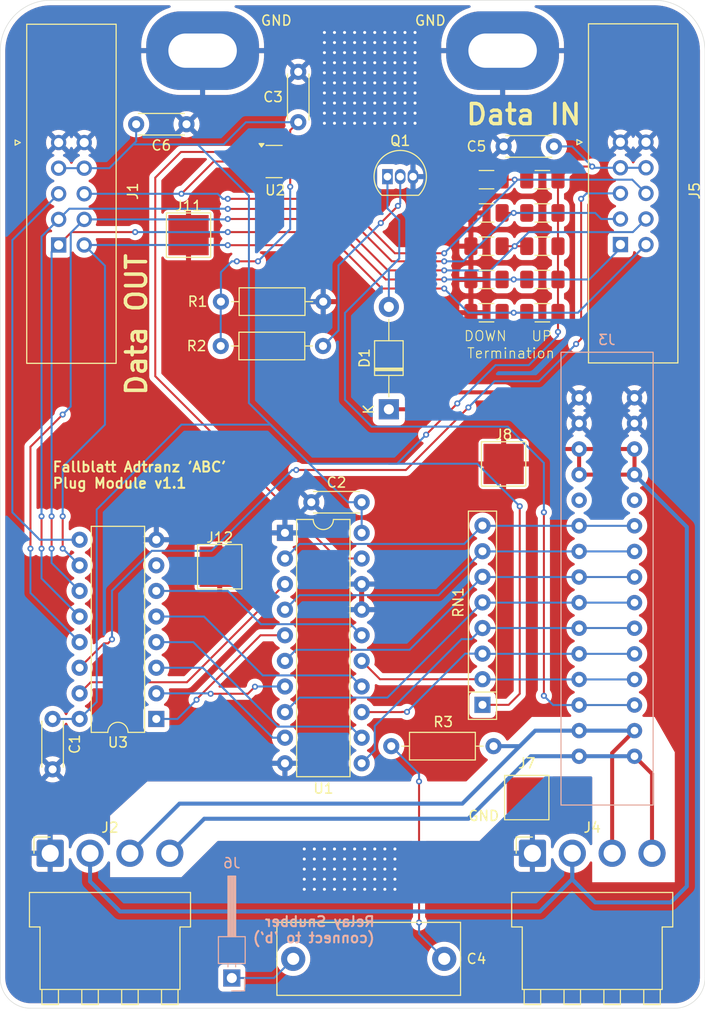
<source format=kicad_pcb>
(kicad_pcb (version 20241229) (generator "pcbnew") (generator_version "9.0")
  (layers (0 "F.Cu" signal) (2 "B.Cu" signal) (13 "F.Paste" user) (15 "B.Paste" user) (5 "F.SilkS" user "F.Silkscreen") (7 "B.SilkS" user "B.Silkscreen") (1 "F.Mask" user) (3 "B.Mask" user) (25 "Edge.Cuts" user))
  (net 0 "")
  (net 1 "GND")
  (net 2 "VCC")
  (net 3 "/RELAIS_GND")
  (net 4 "/SHIFT_CLOCK")
  (net 5 "/SHIFT_LATCH")
  (net 6 "/SHIFT_OUTPUT_ENABLE")
  (net 7 "/DATA_OUT")
  (net 8 "/SHIFT_CLEAR")
  (net 9 "/SPIN_ENABLE")
  (net 10 "+24V")
  (net 11 "/24VAC_P")
  (net 12 "/24VAC_N")
  (net 13 "/BIT3")
  (net 14 "/BIT6")
  (net 15 "/BIT4")
  (net 16 "/BIT5")
  (net 18 "/BIT0")
  (net 19 "/BIT1")
  (net 20 "/BIT2")
  (net 22 "/DATA_IN")
  (net 23 "Net-(Q1-G)")
  (net 24 "Net-(U1-R1)")
  (net 25 "Net-(U1-R6)")
  (net 26 "Net-(U1-R5)")
  (net 27 "Net-(U1-R0)")
  (net 28 "Net-(U1-R4)")
  (net 29 "Net-(U1-R3)")
  (net 30 "/NEQ")
  (net 31 "Net-(U1-R2)")
  (net 33 "Net-(C4-Pad1)")
  (net 34 "Net-(J6-Pin_1)")
  (net 35 "Net-(R1-Pad1)")
  (footprint "Resistor_THT:R_Axial_DIN0207_L6.3mm_D2.5mm_P10.16mm_Horizontal" (layer "F.Cu") (at 179 94 180)
    (property "Reference" "R3")
    (property "Value" "10")
  )
  (footprint "Resistor_SMD:R_1206_3216Metric_Pad1.30x1.75mm_HandSolder" (layer "F.Cu") (at 183.85 51)
    (property "Reference" "R10" (hide yes))
    (property "Value" "R")
  )
  (footprint "JS_Local:Langloch-Pad" (layer "F.Cu") (at 179.9 25)
    (property "Reference" "J9" (hide yes))
    (property "Value" "Conn_01x01_Pin")
  )
  (footprint "Resistor_SMD:R_1206_3216Metric_Pad1.30x1.75mm_HandSolder" (layer "F.Cu") (at 178.3 47.7 180)
    (property "Reference" "R4" (hide yes))
    (property "Value" "R")
  )
  (footprint "Package_TO_SOT_THT:TO-92_Inline" (layer "F.Cu") (at 168.46 37.5)
    (property "Reference" "Q1")
    (property "Value" "BS170")
  )
  (footprint "Resistor_THT:R_Array_SIP8" (layer "F.Cu") (at 177.9 89.9 90)
    (property "Reference" "RN1")
    (property "Value" "100K")
  )
  (footprint "Resistor_SMD:R_1206_3216Metric_Pad1.30x1.75mm_HandSolder" (layer "F.Cu") (at 178.3 44.4 180)
    (property "Reference" "R7" (hide yes))
    (property "Value" "R")
  )
  (footprint "Resistor_SMD:R_1206_3216Metric_Pad1.30x1.75mm_HandSolder" (layer "F.Cu") (at 178.3 41.1 180)
    (property "Reference" "R6" (hide yes))
    (property "Value" "R")
  )
  (footprint "Capacitor_THT:C_Disc_D4.3mm_W1.9mm_P5.00mm" (layer "F.Cu") (at 185 34.5 180)
    (property "Reference" "C5")
    (property "Value" "100n")
  )
  (footprint "TestPoint:TestPoint_Pad_4.0x4.0mm" (layer "F.Cu") (at 180 66)
    (property "Reference" "J8")
    (property "Value" "Conn_01x01_Pin")
  )
  (footprint "Package_DIP:DIP-16_W7.62mm" (layer "F.Cu") (at 145.5 91.3 180)
    (property "Reference" "U3")
    (property "Value" "74HC595")
  )
  (footprint "Capacitor_THT:C_Disc_D4.3mm_W1.9mm_P5.00mm" (layer "F.Cu") (at 165.9 69.8 180)
    (property "Reference" "C2")
    (property "Value" "100n")
  )
  (footprint "JS_Local:Langloch-Pad" (layer "F.Cu") (at 150.1 25)
    (property "Reference" "J10" (hide yes))
    (property "Value" "Conn_01x01_Pin")
  )
  (footprint "Capacitor_THT:C_Rect_L18.0mm_W7.0mm_P15.00mm_FKS3_FKP3" (layer "F.Cu") (at 174.1 115.1 180)
    (property "Reference" "C4")
    (property "Value" "2u2")
  )
  (footprint "TestPoint:TestPoint_Pad_4.0x4.0mm" (layer "F.Cu") (at 182.3 99.1)
    (property "Reference" "J7")
    (property "Value" "Conn_01x01_Pin")
  )
  (footprint "Package_DIP:DIP-20_W7.62mm" (layer "F.Cu") (at 158.28 72.84)
    (property "Reference" "U1")
    (property "Value" "74HC688")
  )
  (footprint "TestPoint:TestPoint_Pad_4.0x4.0mm" (layer "F.Cu") (at 151.8 76.2)
    (property "Reference" "J12")
    (property "Value" "Conn_01x01_Pin")
  )
  (footprint "Resistor_SMD:R_1206_3216Metric_Pad1.30x1.75mm_HandSolder" (layer "F.Cu") (at 183.85 47.7)
    (property "Reference" "R9" (hide yes))
    (property "Value" "R")
  )
  (footprint "JS_Local:TE_CON_5499922-1_BIGGERHULL" (layer "F.Cu") (at 191.6 34.08)
    (property "Reference" "J5")
    (property "Value" "Conn_01x10_Pin")
  )
  (footprint "Capacitor_THT:C_Disc_D4.3mm_W1.9mm_P5.00mm" (layer "F.Cu") (at 135.2 91.3 -90)
    (property "Reference" "C1")
    (property "Value" "100n")
  )
  (footprint "Capacitor_THT:C_Disc_D4.3mm_W1.9mm_P5.00mm" (layer "F.Cu") (at 159.6 32.1 90)
    (property "Reference" "C3")
    (property "Value" "100n")
  )
  (footprint "Connector_JST:JST_VH_B4PS-VH_1x04_P3.96mm_Horizontal" (layer "F.Cu") (at 134.96 104.625)
    (property "Reference" "J2")
    (property "Value" "Conn_01x04_Pin")
  )
  (footprint "Resistor_SMD:R_1206_3216Metric_Pad1.30x1.75mm_HandSolder" (layer "F.Cu") (at 183.85 44.4)
    (property "Reference" "R12" (hide yes))
    (property "Value" "R")
  )
  (footprint "Resistor_SMD:R_1206_3216Metric_Pad1.30x1.75mm_HandSolder" (layer "F.Cu") (at 183.85 37.8)
    (property "Reference" "R13" (hide yes))
    (property "Value" "R")
  )
  (footprint "Connector_JST:JST_VH_B4PS-VH_1x04_P3.96mm_Horizontal" (layer "F.Cu") (at 182.86 104.625)
    (property "Reference" "J4")
    (property "Value" "Conn_01x04_Pin")
  )
  (footprint "Capacitor_THT:C_Disc_D4.3mm_W1.9mm_P5.00mm" (layer "F.Cu") (at 143.5 32.3)
    (property "Reference" "C6")
    (property "Value" "100n")
  )
  (footprint "Resistor_SMD:R_1206_3216Metric_Pad1.30x1.75mm_HandSolder" (layer "F.Cu") (at 178.3 51 180)
    (property "Reference" "R5" (hide yes))
    (property "Value" "R")
  )
  (footprint "JS_Local:TSSOP-5_Handsoldering" (layer "F.Cu") (at 157.2 36)
    (property "Reference" "U2")
    (property "Value" "74AHC1G08")
  )
  (footprint "Resistor_SMD:R_1206_3216Metric_Pad1.30x1.75mm_HandSolder" (layer "F.Cu") (at 178.3 37.8 180)
    (property "Reference" "R8" (hide yes))
    (property "Value" "R")
  )
  (footprint "Resistor_SMD:R_1206_3216Metric_Pad1.30x1.75mm_HandSolder" (layer "F.Cu") (at 183.85 41.1)
    (property "Reference" "R11" (hide yes))
    (property "Value" "R")
  )
  (footprint "Resistor_THT:R_Axial_DIN0207_L6.3mm_D2.5mm_P10.16mm_Horizontal" (layer "F.Cu") (at 151.9 54.3)
    (property "Reference" "R2")
    (property "Value" "5K6")
  )
  (footprint "JS_Local:TE_CON_5499922-1_BIGGERHULL" (layer "F.Cu") (at 135.8 34.12)
    (property "Reference" "J1")
    (property "Value" "Conn_01x10_Pin")
  )
  (footprint "Diode_THT:D_T-1_P10.16mm_Horizontal" (layer "F.Cu") (at 168.6 60.58 90)
    (property "Reference" "D1")
    (property "Value" "1N4148/1N4003")
  )
  (footprint "TestPoint:TestPoint_Pad_4.0x4.0mm" (layer "F.Cu") (at 148.7 43.3)
    (property "Reference" "J11")
    (property "Value" "Conn_01x01_Pin")
  )
  (footprint "Resistor_THT:R_Axial_DIN0207_L6.3mm_D2.5mm_P10.16mm_Horizontal" (layer "F.Cu") (at 151.92 49.9)
    (property "Reference" "R1")
    (property "Value" "4K7")
  )
  (footprint "JS_Local:1x15_CardEdge" (layer "B.Cu") (at 193 59.44 180)
    (property "Reference" "J3")
    (property "Value" "Conn_01x15_Socket")
  )
  (footprint "Connector_PinHeader_2.54mm:PinHeader_1x01_P2.54mm_Horizontal" (layer "B.Cu") (at 153 117 90)
    (property "Reference" "J6")
    (property "Value" "Conn_01x01_Pin")
  )
  (gr_arc (start 133 120) (mid 130.87868 119.12132) (end 130 117) (stroke (width 0.05)) (layer "Edge.Cuts"))
  (gr_line (start 200 25) (end 200 117) (stroke (width 0.05)) (layer "Edge.Cuts"))
  (gr_arc (start 130 25) (mid 131.464466 21.464466) (end 135 20) (stroke (width 0.05)) (layer "Edge.Cuts"))
  (gr_arc (start 195 20) (mid 198.535534 21.464466) (end 200 25) (stroke (width 0.05)) (layer "Edge.Cuts"))
  (gr_line (start 135 20) (end 195 20) (stroke (width 0.05)) (layer "Edge.Cuts"))
  (gr_line (start 197 120) (end 133 120) (stroke (width 0.05)) (layer "Edge.Cuts"))
  (gr_arc (start 200 117) (mid 199.12132 119.12132) (end 197 120) (stroke (width 0.05)) (layer "Edge.Cuts"))
  (gr_line (start 130 117) (end 130 25) (stroke (width 0.05)) (layer "Edge.Cuts"))
  (gr_text "Data OUT" (at 144.7 59.4 90) (layer "F.SilkS") (effects (font (size 2 2) (thickness 0.35) (bold yes)) (justify left bottom)))
  (gr_text "GND" (at 176.4 101.5 0) (layer "F.SilkS") (effects (font (size 1 1)) (justify left bottom)))
  (gr_text "Termination" (at 176.3 55.6 0) (layer "F.SilkS") (effects (font (size 1 1) (thickness 0.1)) (justify left bottom)))
  (gr_text "DOWN" (at 176 53.9 0) (layer "F.SilkS") (effects (font (size 1 1) (thickness 0.1)) (justify left bottom)))
  (gr_text "GND" (at 171.1 22.6 0) (layer "F.SilkS") (effects (font (size 1 1)) (justify left bottom)))
  (gr_text "Fallblatt Adtranz 'ABC'\nPlug Module v1.1" (at 135.1 68.5 0) (layer "F.SilkS") (effects (font (size 1 1) (thickness 0.2) (bold yes)) (justify left bottom)))
  (gr_text "Data IN" (at 176.1 32.5 0) (layer "F.SilkS") (effects (font (size 2 2) (thickness 0.35) (bold yes)) (justify left bottom)))
  (gr_text "UP" (at 182.7 53.9 0) (layer "F.SilkS") (effects (font (size 1 1) (thickness 0.1)) (justify left bottom)))
  (gr_text "GND" (at 155.8 22.6 0) (layer "F.SilkS") (effects (font (size 1 1)) (justify left bottom)))
  (gr_text "Relay Snubber\n(connect to 'b')" (at 167.3 113.6 0) (layer "B.SilkS") (effects (font (size 1 1) (thickness 0.2) (bold yes)) (justify left bottom mirror)))
  (via (at 170.2 25.2) (size 0.6) (drill 0.3) (layers "F.Cu" "B.Cu") (net 1))
  (via (at 162.2 28.2) (size 0.6) (drill 0.3) (layers "F.Cu" "B.Cu") (net 1))
  (via (at 165.2 27.2) (size 0.6) (drill 0.3) (layers "F.Cu" "B.Cu") (net 1))
  (via (at 171.2 28.2) (size 0.6) (drill 0.3) (layers "F.Cu" "B.Cu") (net 1))
  (via (at 169.2 32.2) (size 0.6) (drill 0.3) (layers "F.Cu" "B.Cu") (net 1))
  (via (at 169.2 27.2) (size 0.6) (drill 0.3) (layers "F.Cu" "B.Cu") (net 1))
  (via (at 165.2 23.2) (size 0.6) (drill 0.3) (layers "F.Cu" "B.Cu") (net 1))
  (via (at 166.2 106.2) (size 0.6) (drill 0.3) (layers "F.Cu" "B.Cu") (net 1))
  (via (at 169.2 30.2) (size 0.6) (drill 0.3) (layers "F.Cu" "B.Cu") (net 1))
  (via (at 162.2 23.2) (size 0.6) (drill 0.3) (layers "F.Cu" "B.Cu") (net 1))
  (via (at 168.2 25.2) (size 0.6) (drill 0.3) (layers "F.Cu" "B.Cu") (net 1))
  (via (at 168.2 23.2) (size 0.6) (drill 0.3) (layers "F.Cu" "B.Cu") (net 1))
  (via (at 163.2 29.2) (size 0.6) (drill 0.3) (layers "F.Cu" "B.Cu") (net 1))
  (via (at 160.2 106.2) (size 0.6) (drill 0.3) (layers "F.Cu" "B.Cu") (net 1))
  (via (at 166.2 30.2) (size 0.6) (drill 0.3) (layers "F.Cu" "B.Cu") (net 1))
  (via (at 168.2 27.2) (size 0.6) (drill 0.3) (layers "F.Cu" "B.Cu") (net 1))
  (via (at 167.2 29.2) (size 0.6) (drill 0.3) (layers "F.Cu" "B.Cu") (net 1))
  (via (at 170.2 30.2) (size 0.6) (drill 0.3) (layers "F.Cu" "B.Cu") (net 1))
  (via (at 164.2 32.2) (size 0.6) (drill 0.3) (layers "F.Cu" "B.Cu") (net 1))
  (via (at 164.2 105.2) (size 0.6) (drill 0.3) (layers "F.Cu" "B.Cu") (net 1))
  (via (at 164.2 27.2) (size 0.6) (drill 0.3) (layers "F.Cu" "B.Cu") (net 1))
  (via (at 170.2 27.2) (size 0.6) (drill 0.3) (layers "F.Cu" "B.Cu") (net 1))
  (via (at 167.2 23.2) (size 0.6) (drill 0.3) (layers "F.Cu" "B.Cu") (net 1))
  (via (at 164.2 25.2) (size 0.6) (drill 0.3) (layers "F.Cu" "B.Cu") (net 1))
  (via (at 168.2 106.2) (size 0.6) (drill 0.3) (layers "F.Cu" "B.Cu") (net 1))
  (via (at 165.2 108.2) (size 0.6) (drill 0.3) (layers "F.Cu" "B.Cu") (net 1))
  (via (at 170.2 31.2) (size 0.6) (drill 0.3) (layers "F.Cu" "B.Cu") (net 1))
  (via (at 165.2 28.2) (size 0.6) (drill 0.3) (layers "F.Cu" "B.Cu") (net 1))
  (via (at 171.2 23.2) (size 0.6) (drill 0.3) (layers "F.Cu" "B.Cu") (net 1))
  (via (at 171.2 31.2) (size 0.6) (drill 0.3) (layers "F.Cu" "B.Cu") (net 1))
  (via (at 165.2 32.2) (size 0.6) (drill 0.3) (layers "F.Cu" "B.Cu") (net 1))
  (via (at 162.2 31.2) (size 0.6) (drill 0.3) (layers "F.Cu" "B.Cu") (net 1))
  (via (at 171.2 30.2) (size 0.6) (drill 0.3) (layers "F.Cu" "B.Cu") (net 1))
  (via (at 168.2 107.2) (size 0.6) (drill 0.3) (layers "F.Cu" "B.Cu") (net 1))
  (via (at 171.2 29.2) (size 0.6) (drill 0.3) (layers "F.Cu" "B.Cu") (net 1))
  (via (at 168.2 104.2) (size 0.6) (drill 0.3) (layers "F.Cu" "B.Cu") (net 1))
  (via (at 166.2 28.2) (size 0.6) (drill 0.3) (layers "F.Cu" "B.Cu") (net 1))
  (via (at 164.2 23.2) (size 0.6) (drill 0.3) (layers "F.Cu" "B.Cu") (net 1))
  (via (at 160.2 104.2) (size 0.6) (drill 0.3) (layers "F.Cu" "B.Cu") (net 1))
  (via (at 166.2 108.2) (size 0.6) (drill 0.3) (layers "F.Cu" "B.Cu") (net 1))
  (via (at 164.2 26.2) (size 0.6) (drill 0.3) (layers "F.Cu" "B.Cu") (net 1))
  (via (at 162.2 107.2) (size 0.6) (drill 0.3) (layers "F.Cu" "B.Cu") (net 1))
  (via (at 162.2 27.2) (size 0.6) (drill 0.3) (layers "F.Cu" "B.Cu") (net 1))
  (via (at 169.2 106.2) (size 0.6) (drill 0.3) (layers "F.Cu" "B.Cu") (net 1))
  (via (at 160.2 107.2) (size 0.6) (drill 0.3) (layers "F.Cu" "B.Cu") (net 1))
  (via (at 165.2 107.2) (size 0.6) (drill 0.3) (layers "F.Cu" "B.Cu") (net 1))
  (via (at 166.2 32.2) (size 0.6) (drill 0.3) (layers "F.Cu" "B.Cu") (net 1))
  (via (at 163.2 104.2) (size 0.6) (drill 0.3) (layers "F.Cu" "B.Cu") (net 1))
  (via (at 167.2 26.2) (size 0.6) (drill 0.3) (layers "F.Cu" "B.Cu") (net 1))
  (via (at 168.2 105.2) (size 0.6) (drill 0.3) (layers "F.Cu" "B.Cu") (net 1))
  (via (at 162.2 108.2) (size 0.6) (drill 0.3) (layers "F.Cu" "B.Cu") (net 1))
  (via (at 162.2 105.2) (size 0.6) (drill 0.3) (layers "F.Cu" "B.Cu") (net 1))
  (via (at 164.2 106.2) (size 0.6) (drill 0.3) (layers "F.Cu" "B.Cu") (net 1))
  (via (at 164.2 29.2) (size 0.6) (drill 0.3) (layers "F.Cu" "B.Cu") (net 1))
  (via (at 169.2 108.2) (size 0.6) (drill 0.3) (layers "F.Cu" "B.Cu") (net 1))
  (via (at 163.2 31.2) (size 0.6) (drill 0.3) (layers "F.Cu" "B.Cu") (net 1))
  (via (at 164.2 107.2) (size 0.6) (drill 0.3) (layers "F.Cu" "B.Cu") (net 1))
  (via (at 160.2 105.2) (size 0.6) (drill 0.3) (layers "F.Cu" "B.Cu") (net 1))
  (via (at 166.2 25.2) (size 0.6) (drill 0.3) (layers "F.Cu" "B.Cu") (net 1))
  (via (at 165.2 30.2) (size 0.6) (drill 0.3) (layers "F.Cu" "B.Cu") (net 1))
  (via (at 167.2 107.2) (size 0.6) (drill 0.3) (layers "F.Cu" "B.Cu") (net 1))
  (via (at 168.2 24.2) (size 0.6) (drill 0.3) (layers "F.Cu" "B.Cu") (net 1))
  (via (at 166.2 26.2) (size 0.6) (drill 0.3) (layers "F.Cu" "B.Cu") (net 1))
  (via (at 163.2 32.2) (size 0.6) (drill 0.3) (layers "F.Cu" "B.Cu") (net 1))
  (via (at 169.2 28.2) (size 0.6) (drill 0.3) (layers "F.Cu" "B.Cu") (net 1))
  (via (at 167.2 32.2) (size 0.6) (drill 0.3) (layers "F.Cu" "B.Cu") (net 1))
  (via (at 170.2 28.2) (size 0.6) (drill 0.3) (layers "F.Cu" "B.Cu") (net 1))
  (via (at 169.2 104.2) (size 0.6) (drill 0.3) (layers "F.Cu" "B.Cu") (net 1))
  (via (at 168.2 28.2) (size 0.6) (drill 0.3) (layers "F.Cu" "B.Cu") (net 1))
  (via (at 164.2 28.2) (size 0.6) (drill 0.3) (layers "F.Cu" "B.Cu") (net 1))
  (via (at 167.2 105.2) (size 0.6) (drill 0.3) (layers "F.Cu" "B.Cu") (net 1))
  (via (at 166.2 31.2) (size 0.6) (drill 0.3) (layers "F.Cu" "B.Cu") (net 1))
  (via (at 162.2 24.2) (size 0.6) (drill 0.3) (layers "F.Cu" "B.Cu") (net 1))
  (via (at 166.2 105.2) (size 0.6) (drill 0.3) (layers "F.Cu" "B.Cu") (net 1))
  (via (at 169.2 25.2) (size 0.6) (drill 0.3) (layers "F.Cu" "B.Cu") (net 1))
  (via (at 161.2 106.2) (size 0.6) (drill 0.3) (layers "F.Cu" "B.Cu") (net 1))
  (via (at 164.2 108.2) (size 0.6) (drill 0.3) (layers "F.Cu" "B.Cu") (net 1))
  (via (at 168.2 31.2) (size 0.6) (drill 0.3) (layers "F.Cu" "B.Cu") (net 1))
  (via (at 167.2 106.2) (size 0.6) (drill 0.3) (layers "F.Cu" "B.Cu") (net 1))
  (via (at 165.2 25.2) (size 0.6) (drill 0.3) (layers "F.Cu" "B.Cu") (net 1))
  (via (at 168.2 29.2) (size 0.6) (drill 0.3) (layers "F.Cu" "B.Cu") (net 1))
  (via (at 162.2 104.2) (size 0.6) (drill 0.3) (layers "F.Cu" "B.Cu") (net 1))
  (via (at 166.2 29.2) (size 0.6) (drill 0.3) (layers "F.Cu" "B.Cu") (net 1))
  (via (at 162.2 25.2) (size 0.6) (drill 0.3) (layers "F.Cu" "B.Cu") (net 1))
  (via (at 170.2 24.2) (size 0.6) (drill 0.3) (layers "F.Cu" "B.Cu") (net 1))
  (via (at 169.2 107.2) (size 0.6) (drill 0.3) (layers "F.Cu" "B.Cu") (net 1))
  (via (at 171.2 26.2) (size 0.6) (drill 0.3) (layers "F.Cu" "B.Cu") (net 1))
  (via (at 167.2 25.2) (size 0.6) (drill 0.3) (layers "F.Cu" "B.Cu") (net 1))
  (via (at 168.2 26.2) (size 0.6) (drill 0.3) (layers "F.Cu" "B.Cu") (net 1))
  (via (at 167.2 30.2) (size 0.6) (drill 0.3) (layers "F.Cu" "B.Cu") (net 1))
  (via (at 167.2 31.2) (size 0.6) (drill 0.3) (layers "F.Cu" "B.Cu") (net 1))
  (via (at 167.2 108.2) (size 0.6) (drill 0.3) (layers "F.Cu" "B.Cu") (net 1))
  (via (at 163.2 27.2) (size 0.6) (drill 0.3) (layers "F.Cu" "B.Cu") (net 1))
  (via (at 162.2 26.2) (size 0.6) (drill 0.3) (layers "F.Cu" "B.Cu") (net 1))
  (via (at 163.2 23.2) (size 0.6) (drill 0.3) (layers "F.Cu" "B.Cu") (net 1))
  (via (at 167.2 24.2) (size 0.6) (drill 0.3) (layers "F.Cu" "B.Cu") (net 1))
  (via (at 166.2 104.2) (size 0.6) (drill 0.3) (layers "F.Cu" "B.Cu") (net 1))
  (via (at 166.2 23.2) (size 0.6) (drill 0.3) (layers "F.Cu" "B.Cu") (net 1))
  (via (at 165.2 104.2) (size 0.6) (drill 0.3) (layers "F.Cu" "B.Cu") (net 1))
  (via (at 165.2 31.2) (size 0.6) (drill 0.3) (layers "F.Cu" "B.Cu") (net 1))
  (via (at 171.2 24.2) (size 0.6) (drill 0.3) (layers "F.Cu" "B.Cu") (net 1))
  (via (at 161.2 108.2) (size 0.6) (drill 0.3) (layers "F.Cu" "B.Cu") (net 1))
  (via (at 164.2 104.2) (size 0.6) (drill 0.3) (layers "F.Cu" "B.Cu") (net 1))
  (via (at 162.2 29.2) (size 0.6) (drill 0.3) (layers "F.Cu" "B.Cu") (net 1))
  (via (at 168.2 32.2) (size 0.6) (drill 0.3) (layers "F.Cu" "B.Cu") (net 1))
  (via (at 165.2 29.2) (size 0.6) (drill 0.3) (layers "F.Cu" "B.Cu") (net 1))
  (via (at 169.2 23.2) (size 0.6) (drill 0.3) (layers "F.Cu" "B.Cu") (net 1))
  (via (at 165.2 26.2) (size 0.6) (drill 0.3) (layers "F.Cu" "B.Cu") (net 1))
  (via (at 169.2 31.2) (size 0.6) (drill 0.3) (layers "F.Cu" "B.Cu") (net 1))
  (via (at 166.2 27.2) (size 0.6) (drill 0.3) (layers "F.Cu" "B.Cu") (net 1))
  (via (at 163.2 108.2) (size 0.6) (drill 0.3) (layers "F.Cu" "B.Cu") (net 1))
  (via (at 170.2 32.2) (size 0.6) (drill 0.3) (layers "F.Cu" "B.Cu") (net 1))
  (via (at 163.2 24.2) (size 0.6) (drill 0.3) (layers "F.Cu" "B.Cu") (net 1))
  (via (at 163.2 28.2) (size 0.6) (drill 0.3) (layers "F.Cu" "B.Cu") (net 1))
  (via (at 171.2 25.2) (size 0.6) (drill 0.3) (layers "F.Cu" "B.Cu") (net 1))
  (via (at 165.2 106.2) (size 0.6) (drill 0.3) (layers "F.Cu" "B.Cu") (net 1))
  (via (at 167.2 28.2) (size 0.6) (drill 0.3) (layers "F.Cu" "B.Cu") (net 1))
  (via (at 162.2 32.2) (size 0.6) (drill 0.3) (layers "F.Cu" "B.Cu") (net 1))
  (via (at 162.2 30.2) (size 0.6) (drill 0.3) (layers "F.Cu" "B.Cu") (net 1))
  (via (at 168.2 30.2) (size 0.6) (drill 0.3) (layers "F.Cu" "B.Cu") (net 1))
  (via (at 171.2 27.2) (size 0.6) (drill 0.3) (layers "F.Cu" "B.Cu") (net 1))
  (via (at 160.2 108.2) (size 0.6) (drill 0.3) (layers "F.Cu" "B.Cu") (net 1))
  (via (at 162.2 106.2) (size 0.6) (drill 0.3) (layers "F.Cu" "B.Cu") (net 1))
  (via (at 163.2 26.2) (size 0.6) (drill 0.3) (layers "F.Cu" "B.Cu") (net 1))
  (via (at 169.2 29.2) (size 0.6) (drill 0.3) (layers "F.Cu" "B.Cu") (net 1))
  (via (at 164.2 24.2) (size 0.6) (drill 0.3) (layers "F.Cu" "B.Cu") (net 1))
  (via (at 165.2 105.2) (size 0.6) (drill 0.3) (layers "F.Cu" "B.Cu") (net 1))
  (via (at 170.2 26.2) (size 0.6) (drill 0.3) (layers "F.Cu" "B.Cu") (net 1))
  (via (at 170.2 29.2) (size 0.6) (drill 0.3) (layers "F.Cu" "B.Cu") (net 1))
  (via (at 163.2 25.2) (size 0.6) (drill 0.3) (layers "F.Cu" "B.Cu") (net 1))
  (via (at 167.2 104.2) (size 0.6) (drill 0.3) (layers "F.Cu" "B.Cu") (net 1))
  (via (at 171.2 32.2) (size 0.6) (drill 0.3) (layers "F.Cu" "B.Cu") (net 1))
  (via (at 168.2 108.2) (size 0.6) (drill 0.3) (layers "F.Cu" "B.Cu") (net 1))
  (via (at 163.2 106.2) (size 0.6) (drill 0.3) (layers "F.Cu" "B.Cu") (net 1))
  (via (at 166.2 107.2) (size 0.6) (drill 0.3) (layers "F.Cu" "B.Cu") (net 1))
  (via (at 169.2 105.2) (size 0.6) (drill 0.3) (layers "F.Cu" "B.Cu") (net 1))
  (via (at 164.2 31.2) (size 0.6) (drill 0.3) (layers "F.Cu" "B.Cu") (net 1))
  (via (at 161.2 105.2) (size 0.6) (drill 0.3) (layers "F.Cu" "B.Cu") (net 1))
  (via (at 164.2 30.2) (size 0.6) (drill 0.3) (layers "F.Cu" "B.Cu") (net 1))
  (via (at 165.2 24.2) (size 0.6) (drill 0.3) (layers "F.Cu" "B.Cu") (net 1))
  (via (at 169.2 24.2) (size 0.6) (drill 0.3) (layers "F.Cu" "B.Cu") (net 1))
  (via (at 163.2 107.2) (size 0.6) (drill 0.3) (layers "F.Cu" "B.Cu") (net 1))
  (via (at 167.2 27.2) (size 0.6) (drill 0.3) (layers "F.Cu" "B.Cu") (net 1))
  (via (at 161.2 107.2) (size 0.6) (drill 0.3) (layers "F.Cu" "B.Cu") (net 1))
  (via (at 163.2 30.2) (size 0.6) (drill 0.3) (layers "F.Cu" "B.Cu") (net 1))
  (via (at 166.2 24.2) (size 0.6) (drill 0.3) (layers "F.Cu" "B.Cu") (net 1))
  (via (at 161.2 104.2) (size 0.6) (drill 0.3) (layers "F.Cu" "B.Cu") (net 1))
  (via (at 163.2 105.2) (size 0.6) (drill 0.3) (layers "F.Cu" "B.Cu") (net 1))
  (via (at 169.2 26.2) (size 0.6) (drill 0.3) (layers "F.Cu" "B.Cu") (net 1))
  (via (at 170.2 23.2) (size 0.6) (drill 0.3) (layers "F.Cu" "B.Cu") (net 1))
  (segment (start 185.4 51) (end 185.4 47.7) (width 0.2) (layer "F.Cu") (net 2))
  (segment (start 180.5 89.9) (end 181.6 88.8) (width 0.2) (layer "F.Cu") (net 2))
  (segment (start 181.6 88.8) (end 181.6 70.2) (width 0.2) (layer "F.Cu") (net 2))
  (segment (start 158.805 35.05) (end 158.805 32.895) (width 0.2) (layer "F.Cu") (net 2))
  (segment (start 185.4 52.9) (end 185.4 51) (width 0.2) (layer "F.Cu") (net 2))
  (segment (start 185.4 41.1) (end 185.4 37.8) (width 0.2) (layer "F.Cu") (net 2))
  (segment (start 172.3 63.1) (end 175.4 60) (width 0.2) (layer "F.Cu") (net 2))
  (segment (start 177.9 89.9) (end 180.5 89.9) (width 0.2) (layer "F.Cu") (net 2))
  (segment (start 185.4 47.7) (end 185.4 44.4) (width 0.2) (layer "F.Cu") (net 2))
  (segment (start 185.4 37.8) (end 186.7 36.5) (width 0.2) (layer "F.Cu") (net 2))
  (segment (start 158.805 32.895) (end 159.6 32.1) (width 0.2) (layer "F.Cu") (net 2))
  (segment (start 185.4 44.4) (end 185.4 41.1) (width 0.2) (layer "F.Cu") (net 2))
  (segment (start 186.7 36.5) (end 188.8 36.5) (width 0.2) (layer "F.Cu") (net 2))
  (via (at 175.4 60) (size 0.6) (drill 0.3) (layers "F.Cu" "B.Cu") (net 2))
  (via (at 172.3 63.1) (size 0.6) (drill 0.3) (layers "F.Cu" "B.Cu") (net 2))
  (via (at 181.6 70.2) (size 0.6) (drill 0.3) (layers "F.Cu" "B.Cu") (net 2))
  (via (at 185.4 52.9) (size 0.6) (drill 0.3) (layers "F.Cu" "B.Cu") (net 2))
  (via (at 188.8 36.5) (size 0.6) (drill 0.3) (layers "F.Cu" "B.Cu") (net 2))
  (segment (start 168.6 65.98) (end 160.72 65.98) (width 0.2) (layer "B.Cu") (net 2))
  (segment (start 160.72 65.98) (end 157.62 62.88) (width 0.2) (layer "B.Cu") (net 2))
  (segment (start 149.1 34.3) (end 152.2 34.3) (width 0.2) (layer "B.Cu") (net 2))
  (segment (start 175.4 60) (end 179.2 56.2) (width 0.2) (layer "B.Cu") (net 2))
  (segment (start 179.2 56.2) (end 182.5 56.2) (width 0.2) (layer "B.Cu") (net 2))
  (segment (start 143.2 34.3) (end 142.95 34.55) (width 0.2) (layer "B.Cu") (net 2))
  (segment (start 186.8 34.5) (end 185 34.5) (width 0.2) (layer "B.Cu") (net 2))
  (segment (start 188.8 36.5) (end 188.92 36.62) (width 0.2) (layer "B.Cu") (net 2))
  (segment (start 138.34 36.66) (end 140.84 36.66) (width 0.2) (layer "B.Cu") (net 2))
  (segment (start 165.9 72.84) (end 165.9 69.8) (width 0.2) (layer "B.Cu") (net 2))
  (segment (start 137.88 91.3) (end 139.58 89.6) (width 0.2) (layer "B.Cu") (net 2))
  (segment (start 184 54.7) (end 185.4 53.3) (width 0.2) (layer "B.Cu") (net 2))
  (segment (start 185.4 53.3) (end 185.4 52.9) (width 0.2) (layer "B.Cu") (net 2))
  (segment (start 181.6 70.2) (end 177.38 65.98) (width 0.2) (layer "B.Cu") (net 2))
  (segment (start 154.7 59.96) (end 157.62 62.88) (width 0.2) (layer "B.Cu") (net 2))
  (segment (start 152.2 34.3) (end 154.4 32.1) (width 0.2) (layer "B.Cu") (net 2))
  (segment (start 135.8 36.66) (end 138.34 36.66) (width 0.2) (layer "B.Cu") (net 2))
  (segment (start 188.8 36.5) (end 186.8 34.5) (width 0.2) (layer "B.Cu") (net 2))
  (segment (start 157.62 62.88) (end 156.84 62.1) (width 0.2) (layer "B.Cu") (net 2))
  (segment (start 135.2 91.3) (end 137.88 91.3) (width 0.2) (layer "B.Cu") (net 2))
  (segment (start 164.54 69.8) (end 165.9 69.8) (width 0.2) (layer "B.Cu") (net 2))
  (segment (start 154.7 39.4) (end 154.7 59.96) (width 0.2) (layer "B.Cu") (net 2))
  (segment (start 143.2 34.3) (end 143.1 34.4) (width 0.2) (layer "B.Cu") (net 2))
  (segment (start 139.58 89.6) (end 139.58 70.52) (width 0.2) (layer "B.Cu") (net 2))
  (segment (start 154.4 32.1) (end 159.6 32.1) (width 0.2) (layer "B.Cu") (net 2))
  (segment (start 148 62.1) (end 139.58 70.52) (width 0.2) (layer "B.Cu") (net 2))
  (segment (start 140.84 36.66) (end 142.95 34.55) (width 0.2) (layer "B.Cu") (net 2))
  (segment (start 160.72 65.98) (end 164.54 69.8) (width 0.2) (layer "B.Cu") (net 2))
  (segment (start 188.92 36.62) (end 191.6 36.62) (width 0.2) (layer "B.Cu") (net 2))
  (segment (start 143.2 34.3) (end 143.5 34) (width 0.2) (layer "B.Cu") (net 2))
  (segment (start 143.2 34.3) (end 149.1 34.3) (width 0.2) (layer "B.Cu") (net 2))
  (segment (start 142.95 34.55) (end 143.1 34.4) (width 0.2) (layer "B.Cu") (net 2))
  (segment (start 177.38 65.98) (end 168.6 65.98) (width 0.2) (layer "B.Cu") (net 2))
  (segment (start 149.6 34.3) (end 149.1 34.3) (width 0.2) (layer "B.Cu") (net 2))
  (segment (start 156.84 62.1) (end 148 62.1) (width 0.2) (layer "B.Cu") (net 2))
  (segment (start 154.7 39.4) (end 149.6 34.3) (width 0.2) (layer "B.Cu") (net 2))
  (segment (start 182.5 56.2) (end 184 54.7) (width 0.2) (layer "B.Cu") (net 2))
  (segment (start 191.6 36.62) (end 194.14 36.62) (width 0.2) (layer "B.Cu") (net 2))
  (segment (start 169.42 65.98) (end 172.3 63.1) (width 0.2) (layer "B.Cu") (net 2))
  (segment (start 143.5 34) (end 143.5 32.3) (width 0.2) (layer "B.Cu") (net 2))
  (segment (start 168.6 65.98) (end 169.42 65.98) (width 0.2) (layer "B.Cu") (net 2))
  (segment (start 184 89) (end 184 70.8) (width 0.2) (layer "F.Cu") (net 3))
  (via (at 184 89) (size 0.6) (drill 0.3) (layers "F.Cu" "B.Cu") (net 3))
  (via (at 184 70.8) (size 0.6) (drill 0.3) (layers "F.Cu" "B.Cu") (net 3))
  (segment (start 180.4 62.3) (end 166.9 62.3) (width 0.2) (layer "B.Cu") (net 3))
  (segment (start 169.63 45.63) (end 169.63 41.83) (width 0.2) (layer "B.Cu") (net 3))
  (segment (start 187.5 89.92) (end 184.92 89.92) (width 0.2) (layer "B.Cu") (net 3))
  (segment (start 168.6 46.66) (end 169.63 45.63) (width 0.2) (layer "B.Cu") (net 3))
  (segment (start 164.24 56.6) (end 164.24 51.02) (width 0.2) (layer "B.Cu") (net 3))
  (segment (start 166.9 62.3) (end 164.24 59.64) (width 0.2) (layer "B.Cu") (net 3))
  (segment (start 168.6 50.42) (end 168.6 46.66) (width 0.2) (layer "B.Cu") (net 3))
  (segment (start 164.24 51.02) (end 169.63 45.63) (width 0.2) (layer "B.Cu") (net 3))
  (segment (start 184 65.9) (end 180.4 62.3) (width 0.2) (layer "B.Cu") (net 3))
  (segment (start 164.24 59.64) (end 164.24 56.6) (width 0.2) (layer "B.Cu") (net 3))
  (segment (start 169.63 41.83) (end 168.46 40.66) (width 0.2) (layer "B.Cu") (net 3))
  (segment (start 184.92 89.92) (end 184 89) (width 0.2) (layer "B.Cu") (net 3))
  (segment (start 184 70.8) (end 184 65.9) (width 0.2) (layer "B.Cu") (net 3))
  (segment (start 168.46 40.66) (end 168.46 37.5) (width 0.2) (layer "B.Cu") (net 3))
  (segment (start 187.5 89.92) (end 193 89.92) (width 0.2) (layer "B.Cu") (net 3))
  (segment (start 181 47.7) (end 182.3 47.7) (width 0.2) (layer "F.Cu") (net 4))
  (segment (start 137.08 43) (end 143.4 43) (width 0.2) (layer "F.Cu") (net 4))
  (segment (start 135.8 44.28) (end 137.08 43) (width 0.2) (layer "F.Cu") (net 4))
  (segment (start 152.6 43) (end 163.6 43) (width 0.2) (layer "F.Cu") (net 4))
  (segment (start 168.3 47.7) (end 174.1 47.7) (width 0.2) (layer "F.Cu") (net 4))
  (segment (start 135.1 74.4) (end 135.1 71.2) (width 0.2) (layer "F.Cu") (net 4))
  (segment (start 179.85 47.7) (end 181 47.7) (width 0.2) (layer "F.Cu") (net 4))
  (segment (start 163.6 43) (end 168.3 47.7) (width 0.2) (layer "F.Cu") (net 4))
  (via (at 174.1 47.7) (size 0.6) (drill 0.3) (layers "F.Cu" "B.Cu") (net 4))
  (via (at 152.6 43) (size 0.6) (drill 0.3) (layers "F.Cu" "B.Cu") (net 4))
  (via (at 135.1 71.2) (size 0.6) (drill 0.3) (layers "F.Cu" "B.Cu") (net 4))
  (via (at 143.4 43) (size 0.6) (drill 0.3) (layers "F.Cu" "B.Cu") (net 4))
  (via (at 135.1 74.4) (size 0.6) (drill 0.3) (layers "F.Cu" "B.Cu") (net 4))
  (via (at 181 47.7) (size 0.6) (drill 0.3) (layers "F.Cu" "B.Cu") (net 4))
  (segment (start 135.1 75.82) (end 135.1 74.4) (width 0.2) (layer "B.Cu") (net 4))
  (segment (start 135.1 71.2) (end 135.1 44.98) (width 0.2) (layer "B.Cu") (net 4))
  (segment (start 137.88 78.6) (end 135.1 75.82) (width 0.2) (layer "B.Cu") (net 4))
  (segment (start 135.1 44.98) (end 135.8 44.28) (width 0.2) (layer "B.Cu") (net 4))
  (segment (start 174.1 47.7) (end 181 47.7) (width 0.2) (layer "B.Cu") (net 4))
  (segment (start 191.6 44.6) (end 191.6 44.24) (width 0.2) (layer "B.Cu") (net 4))
  (segment (start 181 47.7) (end 188.5 47.7) (width 0.2) (layer "B.Cu") (net 4))
  (segment (start 188.5 47.7) (end 191.6 44.6) (width 0.2) (layer "B.Cu") (net 4))
  (segment (start 143.4 43) (end 152.6 43) (width 0.2) (layer "B.Cu") (net 4))
  (segment (start 152.6 40.7) (end 163.7 40.7) (width 0.2) (layer "F.Cu") (net 5))
  (segment (start 168.9 45.9) (end 174.1 45.9) (width 0.2) (layer "F.Cu") (net 5))
  (segment (start 163.7 40.7) (end 168.9 45.9) (width 0.2) (layer "F.Cu") (net 5))
  (segment (start 179.85 41.1) (end 181 41.1) (width 0.2) (layer "F.Cu") (net 5))
  (segment (start 181 41.1) (end 182.3 41.1) (width 0.2) (layer "F.Cu") (net 5))
  (segment (start 134.1 74.4) (end 134.1 71.2) (width 0.2) (layer "F.Cu") (net 5))
  (via (at 152.6 40.7) (size 0.6) (drill 0.3) (layers "F.Cu" "B.Cu") (net 5))
  (via (at 134.1 71.2) (size 0.6) (drill 0.3) (layers "F.Cu" "B.Cu") (net 5))
  (via (at 181 41.1) (size 0.6) (drill 0.3) (layers "F.Cu" "B.Cu") (net 5))
  (via (at 174.1 45.9) (size 0.6) (drill 0.3) (layers "F.Cu" "B.Cu") (net 5))
  (via (at 134.1 74.4) (size 0.6) (drill 0.3) (layers "F.Cu" "B.Cu") (net 5))
  (segment (start 152.58 40.68) (end 152.6 40.7) (width 0.2) (layer "B.Cu") (net 5))
  (segment (start 134.1 43.44) (end 135.8 41.74) (width 0.2) (layer "B.Cu") (net 5))
  (segment (start 136.86 40.68) (end 152.58 40.68) (width 0.2) (layer "B.Cu") (net 5))
  (segment (start 174.1 45.9) (end 176 45.9) (width 0.2) (layer "B.Cu") (net 5))
  (segment (start 189.7 41.7) (end 191.6 41.7) (width 0.2) (layer "B.Cu") (net 5))
  (segment (start 135.8 41.74) (end 136.86 40.68) (width 0.2) (layer "B.Cu") (net 5))
  (segment (start 189.1 41.1) (end 189.7 41.7) (width 0.2) (layer "B.Cu") (net 5))
  (segment (start 134.1 77.36) (end 134.1 74.4) (width 0.2) (layer "B.Cu") (net 5))
  (segment (start 181 41.1) (end 189.1 41.1) (width 0.2) (layer "B.Cu") (net 5))
  (segment (start 180.8 41.1) (end 181 41.1) (width 0.2) (layer "B.Cu") (net 5))
  (segment (start 176 45.9) (end 180.8 41.1) (width 0.2) (layer "B.Cu") (net 5))
  (segment (start 134.1 71.2) (end 134.1 43.44) (width 0.2) (layer "B.Cu") (net 5))
  (segment (start 137.88 81.14) (end 134.1 77.36) (width 0.2) (layer "B.Cu") (net 5))
  (segment (start 133 74.4) (end 133 64.3) (width 0.2) (layer "F.Cu") (net 6))
  (segment (start 152.6 41.7) (end 163.4 41.7) (width 0.2) (layer "F.Cu") (net 6))
  (segment (start 168.5 46.8) (end 174.1 46.8) (width 0.2) (layer "F.Cu") (net 6))
  (segment (start 163.4 41.7) (end 168.5 46.8) (width 0.2) (layer "F.Cu") (net 6))
  (segment (start 133 64.3) (end 136.2 61.1) (width 0.2) (layer "F.Cu") (net 6))
  (segment (start 181.1 44.4) (end 182.3 44.4) (width 0.2) (layer "F.Cu") (net 6))
  (segment (start 179.85 44.4) (end 181.1 44.4) (width 0.2) (layer "F.Cu") (net 6))
  (via (at 174.1 46.8) (size 0.6) (drill 0.3) (layers "F.Cu" "B.Cu") (net 6))
  (via (at 133 74.4) (size 0.6) (drill 0.3) (layers "F.Cu" "B.Cu") (net 6))
  (via (at 136.2 61.1) (size 0.6) (drill 0.3) (layers "F.Cu" "B.Cu") (net 6))
  (via (at 152.6 41.7) (size 0.6) (drill 0.3) (layers "F.Cu" "B.Cu") (net 6))
  (via (at 181.1 44.4) (size 0.6) (drill 0.3) (layers "F.Cu" "B.Cu") (net 6))
  (segment (start 137 43.08) (end 138.34 41.74) (width 0.2) (layer "B.Cu") (net 6))
  (segment (start 152.56 41.74) (end 152.6 41.7) (width 0.2) (layer "B.Cu") (net 6))
  (segment (start 182.5 43) (end 192.84 43) (width 0.2) (layer "B.Cu") (net 6))
  (segment (start 181.1 44.4) (end 182.5 43) (width 0.2) (layer "B.Cu") (net 6))
  (segment (start 136.2 61.1) (end 137 60.3) (width 0.2) (layer "B.Cu") (net 6))
  (segment (start 137.88 83.68) (end 133 78.8) (width 0.2) (layer "B.Cu") (net 6))
  (segment (start 174.1 46.8) (end 178.7 46.8) (width 0.2) (layer "B.Cu") (net 6))
  (segment (start 133 78.8) (end 133 74.4) (width 0.2) (layer "B.Cu") (net 6))
  (segment (start 192.84 43) (end 194.14 41.7) (width 0.2) (layer "B.Cu") (net 6))
  (segment (start 137 60.3) (end 137 43.08) (width 0.2) (layer "B.Cu") (net 6))
  (segment (start 178.7 46.8) (end 181.1 44.4) (width 0.2) (layer "B.Cu") (net 6))
  (segment (start 138.34 41.74) (end 152.56 41.74) (width 0.2) (layer "B.Cu") (net 6))
  (segment (start 131.2 43.8) (end 135.8 39.2) (width 0.2) (layer "B.Cu") (net 7))
  (segment (start 131.2 70.8) (end 131.2 43.8) (width 0.2) (layer "B.Cu") (net 7))
  (segment (start 137.88 73.52) (end 133.92 73.52) (width 0.2) (layer "B.Cu") (net 7))
  (segment (start 133.92 73.52) (end 131.2 70.8) (width 0.2) (layer "B.Cu") (net 7))
  (segment (start 152.6 44.3) (end 163.6 44.3) (width 0.2) (layer "F.Cu") (net 8))
  (segment (start 163.6 44.3) (end 167.9 48.6) (width 0.2) (layer "F.Cu") (net 8))
  (segment (start 181 51) (end 182.3 51) (width 0.2) (layer "F.Cu") (net 8))
  (segment (start 167.9 48.6) (end 174.1 48.6) (width 0.2) (layer "F.Cu") (net 8))
  (segment (start 179.85 51) (end 181 51) (width 0.2) (layer "F.Cu") (net 8))
  (segment (start 136.2 74.4) (end 136.2 71.2) (width 0.2) (layer "F.Cu") (net 8))
  (via (at 152.6 44.3) (size 0.6) (drill 0.3) (layers "F.Cu" "B.Cu") (net 8))
  (via (at 136.2 71.2) (size 0.6) (drill 0.3) (layers "F.Cu" "B.Cu") (net 8))
  (via (at 136.2 74.4) (size 0.6) (drill 0.3) (layers "F.Cu" "B.Cu") (net 8))
  (via (at 174.1 48.6) (size 0.6) (drill 0.3) (layers "F.Cu" "B.Cu") (net 8))
  (via (at 181 51) (size 0.6) (drill 0.3) (layers "F.Cu" "B.Cu") (net 8))
  (segment (start 140.4 62.1) (end 140.4 46.34) (width 0.2) (layer "B.Cu") (net 8))
  (segment (start 136.2 66.3) (end 140.4 62.1) (width 0.2) (layer "B.Cu") (net 8))
  (segment (start 136.2 71.2) (end 136.2 66.3) (width 0.2) (layer "B.Cu") (net 8))
  (segment (start 174.1 48.6) (end 176.5 51) (width 0.2) (layer "B.Cu") (net 8))
  (segment (start 136.22 74.4) (end 136.2 74.4) (width 0.2) (layer "B.Cu") (net 8))
  (segment (start 140.4 46.34) (end 138.34 44.28) (width 0.2) (layer "B.Cu") (net 8))
  (segment (start 181 51) (end 187.38 51) (width 0.2) (layer "B.Cu") (net 8))
  (segment (start 176.5 51) (end 181 51) (width 0.2) (layer "B.Cu") (net 8))
  (segment (start 187.38 51) (end 194.14 44.24) (width 0.2) (layer "B.Cu") (net 8))
  (segment (start 138.34 44.28) (end 152.58 44.28) (width 0.2) (layer "B.Cu") (net 8))
  (segment (start 152.58 44.28) (end 152.6 44.3) (width 0.2) (layer "B.Cu") (net 8))
  (segment (start 137.88 76.06) (end 136.22 74.4) (width 0.2) (layer "B.Cu") (net 8))
  (segment (start 153 39.7) (end 163.8 39.7) (width 0.2) (layer "F.Cu") (net 9))
  (segment (start 179.85 37.8) (end 181.1 37.8) (width 0.2) (layer "F.Cu") (net 9))
  (segment (start 179.9 37.85) (end 179.85 37.8) (width 0.2) (layer "F.Cu") (net 9))
  (segment (start 151.2 36) (end 148 39.2) (width 0.2) (layer "F.Cu") (net 9))
  (segment (start 163.8 39.7) (end 169.2 45.1) (width 0.2) (layer "F.Cu") (net 9))
  (segment (start 169.2 45.1) (end 174.1 45.1) (width 0.2) (layer "F.Cu") (net 9))
  (segment (start 181.1 37.8) (end 182.3 37.8) (width 0.2) (layer "F.Cu") (net 9))
  (segment (start 155.595 36) (end 151.2 36) (width 0.2) (layer "F.Cu") (net 9))
  (segment (start 153 39.7) (end 152.6 39.7) (width 0.2) (layer "F.Cu") (net 9))
  (via (at 152.6 39.7) (size 0.6) (drill 0.3) (layers "F.Cu" "B.Cu") (net 9))
  (via (at 174.1 45.1) (size 0.6) (drill 0.3) (layers "F.Cu" "B.Cu") (net 9))
  (via (at 181.1 37.8) (size 0.6) (drill 0.3) (layers "F.Cu" "B.Cu") (net 9))
  (via (at 148 39.2) (size 0.6) (drill 0.3) (layers "F.Cu" "B.Cu") (net 9))
  (segment (start 148 39.2) (end 138.34 39.2) (width 0.2) (layer "B.Cu") (net 9))
  (segment (start 192.78 37.8) (end 194.14 39.16) (width 0.2) (layer "B.Cu") (net 9))
  (segment (start 181.1 38.1) (end 181.1 37.8) (width 0.2) (layer "B.Cu") (net 9))
  (segment (start 152.6 39.7) (end 152.1 39.7) (width 0.2) (layer "B.Cu") (net 9))
  (segment (start 174.1 45.1) (end 181.1 38.1) (width 0.2) (layer "B.Cu") (net 9))
  (segment (start 181.1 37.8) (end 192.78 37.8) (width 0.2) (layer "B.Cu") (net 9))
  (segment (start 151.6 39.2) (end 148 39.2) (width 0.2) (layer "B.Cu") (net 9))
  (segment (start 152.1 39.7) (end 151.6 39.2) (width 0.2) (layer "B.Cu") (net 9))
  (segment (start 172.22 60.58) (end 168.6 60.58) (width 0.4) (layer "F.Cu") (net 10))
  (segment (start 173.9 58.9) (end 172.22 60.58) (width 0.4) (layer "F.Cu") (net 10))
  (segment (start 185.72 64.52) (end 187.5 64.52) (width 0.4) (layer "F.Cu") (net 10))
  (segment (start 193 67.06) (end 187.5 67.06) (width 0.4) (layer "F.Cu") (net 10))
  (segment (start 187.5 64.52) (end 193 64.52) (width 0.4) (layer "F.Cu") (net 10))
  (segment (start 180.1 58.9) (end 185.72 64.52) (width 0.4) (layer "F.Cu") (net 10))
  (segment (start 187.5 67.06) (end 187.5 64.52) (width 0.4) (layer "F.Cu") (net 10))
  (segment (start 180.1 58.9) (end 173.9 58.9) (width 0.4) (layer "F.Cu") (net 10))
  (segment (start 193 67.06) (end 193 64.52) (width 0.4) (layer "F.Cu") (net 10))
  (segment (start 183.6 110.4) (end 141.9 110.4) (width 0.4) (layer "B.Cu") (net 10))
  (segment (start 196.6 109.5) (end 198.2 107.9) (width 0.4) (layer "B.Cu") (net 10))
  (segment (start 186.82 104.625) (end 186.82 107.18) (width 0.4) (layer "B.Cu") (net 10))
  (segment (start 198.2 72.26) (end 193 67.06) (width 0.4) (layer "B.Cu") (net 10))
  (segment (start 138.92 107.42) (end 138.92 104.625) (width 0.4) (layer "B.Cu") (net 10))
  (segment (start 186.82 107.18) (end 183.6 110.4) (width 0.4) (layer "B.Cu") (net 10))
  (segment (start 198.2 107.9) (end 198.2 72.26) (width 0.4) (layer "B.Cu") (net 10))
  (segment (start 189.1 109.5) (end 196.6 109.5) (width 0.4) (layer "B.Cu") (net 10))
  (segment (start 186.82 104.625) (end 186.82 107.22) (width 0.4) (layer "B.Cu") (net 10))
  (segment (start 141.9 110.4) (end 138.92 107.42) (width 0.4) (layer "B.Cu") (net 10))
  (segment (start 186.82 107.22) (end 189.1 109.5) (width 0.4) (layer "B.Cu") (net 10))
  (segment (start 194.74 96.74) (end 193 95) (width 0.4) (layer "F.Cu") (net 11))
  (segment (start 194.74 104.625) (end 194.74 96.74) (width 0.4) (layer "F.Cu") (net 11))
  (segment (start 187.5 95) (end 193 95) (width 0.4) (layer "B.Cu") (net 11))
  (segment (start 182.7 95) (end 176.5 101.2) (width 0.4) (layer "B.Cu") (net 11))
  (segment (start 176.5 101.2) (end 150.265 101.2) (width 0.4) (layer "B.Cu") (net 11))
  (segment (start 150.265 101.2) (end 146.84 104.625) (width 0.4) (layer "B.Cu") (net 11))
  (segment (start 187.5 95) (end 182.7 95) (width 0.4) (layer "B.Cu") (net 11))
  (segment (start 193 92.46) (end 190.78 94.68) (width 0.4) (layer "F.Cu") (net 12))
  (segment (start 190.78 94.68) (end 190.78 104.625) (width 0.4) (layer "F.Cu") (net 12))
  (segment (start 182.9 92.7) (end 175.9 99.7) (width 0.4) (layer "B.Cu") (net 12))
  (segment (start 187.5 92.46) (end 183.14 92.46) (width 0.4) (layer "B.Cu") (net 12))
  (segment (start 175.9 99.7) (end 147.805 99.7) (width 0.4) (layer "B.Cu") (net 12))
  (segment (start 187.5 92.46) (end 193 92.46) (width 0.4) (layer "B.Cu") (net 12))
  (segment (start 181.6 94) (end 179 94) (width 0.4) (layer "B.Cu") (net 12))
  (segment (start 183.14 92.46) (end 182.9 92.7) (width 0.4) (layer "B.Cu") (net 12))
  (segment (start 182.9 92.7) (end 181.6 94) (width 0.4) (layer "B.Cu") (net 12))
  (segment (start 147.805 99.7) (end 142.88 104.625) (width 0.4) (layer "B.Cu") (net 12))
  (segment (start 159.72 89.18) (end 158.28 90.62) (width 0.2) (layer "B.Cu") (net 13))
  (segment (start 187.5 79.76) (end 177.92 79.76) (width 0.2) (layer "B.Cu") (net 13))
  (segment (start 177.92 79.76) (end 177.9 79.74) (width 0.2) (layer "B.Cu") (net 13))
  (segment (start 193 79.76) (end 187.5 79.76) (width 0.2) (layer "B.Cu") (net 13))
  (segment (start 168.46 89.18) (end 159.72 89.18) (width 0.2) (layer "B.Cu") (net 13))
  (segment (start 177.9 79.74) (end 168.46 89.18) (width 0.2) (layer "B.Cu") (net 13))
  (segment (start 167.72 87.36) (end 165.9 85.54) (width 0.2) (layer "F.Cu") (net 14))
  (segment (start 177.9 87.36) (end 167.72 87.36) (width 0.2) (layer "F.Cu") (net 14))
  (segment (start 193 87.38) (end 182.42 87.38) (width 0.2) (layer "B.Cu") (net 14))
  (segment (start 177.92 87.38) (end 177.9 87.36) (width 0.2) (layer "B.Cu") (net 14))
  (segment (start 182.4 87.4) (end 182.38 87.38) (width 0.2) (layer "B.Cu") (net 14))
  (segment (start 182.42 87.38) (end 182.4 87.4) (width 0.2) (layer "B.Cu") (net 14))
  (segment (start 182.38 87.38) (end 177.92 87.38) (width 0.2) (layer "B.Cu") (net 14))
  (segment (start 192.98 82.28) (end 193 82.3) (width 0.2) (layer "B.Cu") (net 15))
  (segment (start 177.9 82.28) (end 192.98 82.28) (width 0.2) (layer "B.Cu") (net 15))
  (segment (start 167.2 94.4) (end 165.9 95.7) (width 0.2) (layer "B.Cu") (net 15))
  (segment (start 167.2 92) (end 167.2 94.4) (width 0.2) (layer "B.Cu") (net 15))
  (segment (start 177.9 82.28) (end 176.8 83.38) (width 0.2) (layer "B.Cu") (net 15))
  (segment (start 176.8 83.38) (end 175.82 83.38) (width 0.2) (layer "B.Cu") (net 15))
  (segment (start 175.82 83.38) (end 167.2 92) (width 0.2) (layer "B.Cu") (net 15))
  (segment (start 169.88 90.62) (end 165.9 90.62) (width 0.2) (layer "F.Cu") (net 16))
  (segment (start 169.9 90.6) (end 169.88 90.62) (width 0.2) (layer "F.Cu") (net 16))
  (segment (start 170.4 90.6) (end 169.9 90.6) (width 0.2) (layer "F.Cu") (net 16))
  (via (at 170.4 90.6) (size 0.6) (drill 0.3) (layers "F.Cu" "B.Cu") (net 16))
  (segment (start 177.9 84.82) (end 176.18 84.82) (width 0.2) (layer "B.Cu") (net 16))
  (segment (start 176.18 84.82) (end 170.4 90.6) (width 0.2) (layer "B.Cu") (net 16))
  (segment (start 193 84.84) (end 177.92 84.84) (width 0.2) (layer "B.Cu") (net 16))
  (segment (start 177.92 84.84) (end 177.9 84.82) (width 0.2) (layer "B.Cu") (net 16))
  (segment (start 159.72 73.94) (end 158.28 75.38) (width 0.2) (layer "B.Cu") (net 18))
  (segment (start 176.08 73.94) (end 159.72 73.94) (width 0.2) (layer "B.Cu") (net 18))
  (segment (start 177.92 72.14) (end 177.9 72.12) (width 0.2) (layer "B.Cu") (net 18))
  (segment (start 177.9 72.12) (end 176.08 73.94) (width 0.2) (layer "B.Cu") (net 18))
  (segment (start 193 72.14) (end 177.92 72.14) (width 0.2) (layer "B.Cu") (net 18))
  (segment (start 159.72 79.02) (end 158.28 80.46) (width 0.2) (layer "B.Cu") (net 19))
  (segment (start 177.92 74.68) (end 177.9 74.66) (width 0.2) (layer "B.Cu") (net 19))
  (segment (start 177.9 74.66) (end 173.54 79.02) (width 0.2) (layer "B.Cu") (net 19))
  (segment (start 193 74.68) (end 177.92 74.68) (width 0.2) (layer "B.Cu") (net 19))
  (segment (start 173.54 79.02) (end 159.72 79.02) (width 0.2) (layer "B.Cu") (net 19))
  (segment (start 159.38 84.44) (end 158.28 85.54) (width 0.2) (layer "B.Cu") (net 20))
  (segment (start 177.9 77.2) (end 170.66 84.44) (width 0.2) (layer "B.Cu") (net 20))
  (segment (start 170.66 84.44) (end 159.38 84.44) (width 0.2) (layer "B.Cu") (net 20))
  (segment (start 177.92 77.22) (end 177.9 77.2) (width 0.2) (layer "B.Cu") (net 20))
  (segment (start 193 77.22) (end 177.92 77.22) (width 0.2) (layer "B.Cu") (net 20))
  (segment (start 141.1 83.4) (end 140.7 83.8) (width 0.2) (layer "F.Cu") (net 22))
  (segment (start 170.3 66.6) (end 159.4 66.6) (width 0.2) (layer "F.Cu") (net 22))
  (segment (start 187.7 53.6) (end 187.2 54.1) (width 0.2) (layer "F.Cu") (net 22))
  (segment (start 187.7 39.7) (end 187.7 53.6) (width 0.2) (layer "F.Cu") (net 22))
  (segment (start 140.3 83.8) (end 137.88 86.22) (width 0.2) (layer "F.Cu") (net 22))
  (segment (start 176.5 60.4) (end 170.3 66.6) (width 0.2) (layer "F.Cu") (net 22))
  (segment (start 140.7 83.8) (end 140.3 83.8) (width 0.2) (layer "F.Cu") (net 22))
  (via (at 187.2 54.1) (size 0.6) (drill 0.3) (layers "F.Cu" "B.Cu") (net 22))
  (via (at 187.7 39.7) (size 0.6) (drill 0.3) (layers "F.Cu" "B.Cu") (net 22))
  (via (at 159.4 66.6) (size 0.6) (drill 0.3) (layers "F.Cu" "B.Cu") (net 22))
  (via (at 141.1 83.4) (size 0.6) (drill 0.3) (layers "F.Cu" "B.Cu") (net 22))
  (via (at 176.5 60.4) (size 0.6) (drill 0.3) (layers "F.Cu" "B.Cu") (net 22))
  (segment (start 141.1 78.58) (end 141.1 83.4) (width 0.2) (layer "B.Cu") (net 22))
  (segment (start 159.4 66.6) (end 159 66.6) (width 0.2) (layer "B.Cu") (net 22))
  (segment (start 183.5 57.8) (end 187.2 54.1) (width 0.2) (layer "B.Cu") (net 22))
  (segment (start 179.1 57.8) (end 183.5 57.8) (width 0.2) (layer "B.Cu") (net 22))
  (segment (start 179.1 57.8) (end 176.5 60.4) (width 0.2) (layer "B.Cu") (net 22))
  (segment (start 150.98 74.62) (end 145.06 74.62) (width 0.2) (layer "B.Cu") (net 22))
  (segment (start 191.6 39.16) (end 188.24 39.16) (width 0.2) (layer "B.Cu") (net 22))
  (segment (start 145.06 74.62) (end 141.1 78.58) (width 0.2) (layer "B.Cu") (net 22))
  (segment (start 159 66.6) (end 150.98 74.62) (width 0.2) (layer "B.Cu") (net 22))
  (segment (start 188.24 39.16) (end 187.7 39.7) (width 0.2) (layer "B.Cu") (net 22))
  (segment (start 169.5 40.4) (end 167.8 42.1) (width 0.2) (layer "F.Cu") (net 23))
  (via (at 167.8 42.1) (size 0.6) (drill 0.3) (layers "F.Cu" "B.Cu") (net 23))
  (via (at 169.5 40.4) (size 0.6) (drill 0.3) (layers "F.Cu" "B.Cu") (net 23))
  (segment (start 162.06 54.3) (end 163.4 52.96) (width 0.2) (layer "B.Cu") (net 23))
  (segment (start 163.6 46.3) (end 167.8 42.1) (width 0.2) (layer "B.Cu") (net 23))
  (segment (start 163.4 52.96) (end 163.6 52.76) (width 0.2) (layer "B.Cu") (net 23))
  (segment (start 169.73 39.53) (end 169.73 40.17) (width 0.2) (layer "B.Cu") (net 23))
  (segment (start 169.73 40.17) (end 169.5 40.4) (width 0.2) (layer "B.Cu") (net 23))
  (segment (start 163.6 52.76) (end 163.6 46.3) (width 0.2) (layer "B.Cu") (net 23))
  (segment (start 169.73 39.53) (end 169.73 37.5) (width 0.2) (layer "B.Cu") (net 23))
  (segment (start 155.851471 83) (end 158.28 83) (width 0.2) (layer "F.Cu") (net 24))
  (segment (start 149.5 89.351471) (end 155.851471 83) (width 0.2) (layer "F.Cu") (net 24))
  (segment (start 149.5 89.4) (end 149.5 89.351471) (width 0.2) (layer "F.Cu") (net 24))
  (via (at 149.5 89.4) (size 0.6) (drill 0.3) (layers "F.Cu" "B.Cu") (net 24))
  (segment (start 147.6 91.3) (end 149.5 89.4) (width 0.2) (layer "B.Cu") (net 24))
  (segment (start 145.5 91.3) (end 147.6 91.3) (width 0.2) (layer "B.Cu") (net 24))
  (segment (start 164.8 81.9) (end 155.9 81.9) (width 0.2) (layer "B.Cu") (net 25))
  (segment (start 152.6 78.6) (end 145.5 78.6) (width 0.2) (layer "B.Cu") (net 25))
  (segment (start 165.9 83) (end 164.8 81.9) (width 0.2) (layer "B.Cu") (net 25))
  (segment (start 155.9 81.9) (end 152.6 78.6) (width 0.2) (layer "B.Cu") (net 25))
  (segment (start 150.24 81.14) (end 156.08 86.98) (width 0.2) (layer "B.Cu") (net 26))
  (segment (start 164.8 86.98) (end 165.9 88.08) (width 0.2) (layer "B.Cu") (net 26))
  (segment (start 145.5 81.14) (end 150.24 81.14) (width 0.2) (layer "B.Cu") (net 26))
  (segment (start 156.08 86.98) (end 164.8 86.98) (width 0.2) (layer "B.Cu") (net 26))
  (segment (start 138.98 87.66) (end 148.54 87.66) (width 0.2) (layer "F.Cu") (net 27))
  (segment (start 148.54 87.66) (end 158.28 77.92) (width 0.2) (layer "F.Cu") (net 27))
  (segment (start 137.88 88.76) (end 138.98 87.66) (width 0.2) (layer "F.Cu") (net 27))
  (segment (start 157.56 92.06) (end 164.8 92.06) (width 0.2) (layer "B.Cu") (net 28))
  (segment (start 145.5 83.68) (end 149.18 83.68) (width 0.2) (layer "B.Cu") (net 28))
  (segment (start 149.18 83.68) (end 157.56 92.06) (width 0.2) (layer "B.Cu") (net 28))
  (segment (start 164.8 92.06) (end 165.9 93.16) (width 0.2) (layer "B.Cu") (net 28))
  (segment (start 157.06 93.16) (end 158.28 93.16) (width 0.2) (layer "B.Cu") (net 29))
  (segment (start 150.12 86.22) (end 157.06 93.16) (width 0.2) (layer "B.Cu") (net 29))
  (segment (start 145.5 86.22) (end 150.12 86.22) (width 0.2) (layer "B.Cu") (net 29))
  (segment (start 145.4 37.6) (end 147.95 35.05) (width 0.2) (layer "F.Cu") (net 30))
  (segment (start 163.48 75.38) (end 145.4 57.3) (width 0.2) (layer "F.Cu") (net 30))
  (segment (start 147.95 35.05) (end 155.595 35.05) (width 0.2) (layer "F.Cu") (net 30))
  (segment (start 165.9 75.38) (end 163.48 75.38) (width 0.2) (layer "F.Cu") (net 30))
  (segment (start 145.4 57.3) (end 145.4 37.6) (width 0.2) (layer "F.Cu") (net 30))
  (segment (start 154.6 88.8) (end 155.3 88.1) (width 0.2) (layer "F.Cu") (net 31))
  (segment (start 150.9 88.8) (end 154.6 88.8) (width 0.2) (layer "F.Cu") (net 31))
  (via (at 150.9 88.8) (size 0.6) (drill 0.3) (layers "F.Cu" "B.Cu") (net 31))
  (via (at 155.3 88.1) (size 0.6) (drill 0.3) (layers "F.Cu" "B.Cu") (net 31))
  (segment (start 150.86 88.76) (end 150.9 88.8) (width 0.2) (layer "B.Cu") (net 31))
  (segment (start 145.5 88.76) (end 150.86 88.76) (width 0.2) (layer "B.Cu") (net 31))
  (segment (start 155.3 88.1) (end 155.32 88.08) (width 0.2) (layer "B.Cu") (net 31))
  (segment (start 155.32 88.08) (end 158.28 88.08) (width 0.2) (layer "B.Cu") (net 31))
  (segment (start 171.6 111.5) (end 171.6 97.5) (width 0.2) (layer "F.Cu") (net 33))
  (via (at 171.6 97.5) (size 0.6) (drill 0.3) (layers "F.Cu" "B.Cu") (net 33))
  (via (at 171.6 111.5) (size 0.6) (drill 0.3) (layers "F.Cu" "B.Cu") (net 33))
  (segment (start 174.1 115.1) (end 171.6 112.6) (width 0.2) (layer "B.Cu") (net 33))
  (segment (start 171.6 97.5) (end 171.6 96.76) (width 0.2) (layer "B.Cu") (net 33))
  (segment (start 171.6 96.76) (end 168.84 94) (width 0.2) (layer "B.Cu") (net 33))
  (segment (start 171.6 112.6) (end 171.6 111.5) (width 0.2) (layer "B.Cu") (net 33))
  (segment (start 157.2 117) (end 159.1 115.1) (width 0.2) (layer "B.Cu") (net 34))
  (segment (start 153 117) (end 157.2 117) (width 0.2) (layer "B.Cu") (net 34))
  (segment (start 155.6 45.9) (end 153.5 45.9) (width 0.2) (layer "F.Cu") (net 35))
  (segment (start 158.805 36.95) (end 158.805 38.495) (width 0.2) (layer "F.Cu") (net 35))
  (segment (start 158.805 38.495) (end 158.8 38.5) (width 0.2) (layer "F.Cu") (net 35))
  (via (at 153.5 45.9) (size 0.6) (drill 0.3) (layers "F.Cu" "B.Cu") (net 35))
  (via (at 158.8 38.5) (size 0.6) (drill 0.3) (layers "F.Cu" "B.Cu") (net 35))
  (via (at 155.6 45.9) (size 0.6) (drill 0.3) (layers "F.Cu" "B.Cu") (net 35))
  (segment (start 151.9 54.3) (end 151.9 49.92) (width 0.2) (layer "B.Cu") (net 35))
  (segment (start 153 45.9) (end 151.92 46.98) (width 0.2) (layer "B.Cu") (net 35))
  (segment (start 158.8 42.7) (end 155.6 45.9) (width 0.2) (layer "B.Cu") (net 35))
  (segment (start 153.5 45.9) (end 153 45.9) (width 0.2) (layer "B.Cu") (net 35))
  (segment (start 158.8 38.5) (end 158.8 42.7) (width 0.2) (layer "B.Cu") (net 35))
  (segment (start 151.9 49.92) (end 151.92 49.9) (width 0.2) (layer "B.Cu") (net 35))
  (segment (start 151.92 46.98) (end 151.92 49.9) (width 0.2) (layer "B.Cu") (net 35))
  (zone (net 1) (net_name "GND") (layer "F.Cu") (priority 1) (connect_pads (clearance 0.5)) (min_thickness 0.25) (fill yes (thermal_gap 0.5) (thermal_bridge_width 0.5))
    (polygon (pts (xy 130 20) (xy 200 20) (xy 200 120) (xy 130 120)))
  )
  (zone (net 0) (net_name "") (layers "F.Cu" "B.Cu") (connect_pads (clearance 0)) (min_thickness 0.25)
    (keepout (tracks allowed) (vias allowed) (pads allowed) (copperpour not_allowed) (footprints allowed))
    (fill (thermal_gap 0.5) (thermal_bridge_width 0.5))
    (polygon (pts (xy 195 91.1) (xy 197 94.6) (xy 197 98.8) (xy 197 107.5) (xy 188.8 107.5) (xy 188.8 93.6)))
  )
  (zone (net 0) (net_name "") (layers "F.Cu" "B.Cu") (connect_pads (clearance 0)) (min_thickness 0.25)
    (keepout (tracks allowed) (vias allowed) (pads allowed) (copperpour not_allowed) (footprints allowed))
    (fill (thermal_gap 0.5) (thermal_bridge_width 0.5))
    (polygon (pts (xy 140.9 100.9) (xy 144.6 97.5) (xy 176.3 97.5) (xy 181.9 92) (xy 182.8 91.1) (xy 195 91.1) (xy 195 97) (xy 184.1 97) (xy 177.6 103.4) (xy 151.6 103.4) (xy 148 107) (xy 140.9 107)))
  )
  (zone (net 1) (net_name "GND") (layer "B.Cu") (connect_pads (clearance 0.5)) (min_thickness 0.25) (fill yes (thermal_gap 0.5) (thermal_bridge_width 0.5))
    (polygon (pts (xy 130 20) (xy 200 20) (xy 200 120) (xy 130 120)))
  )
)
</source>
